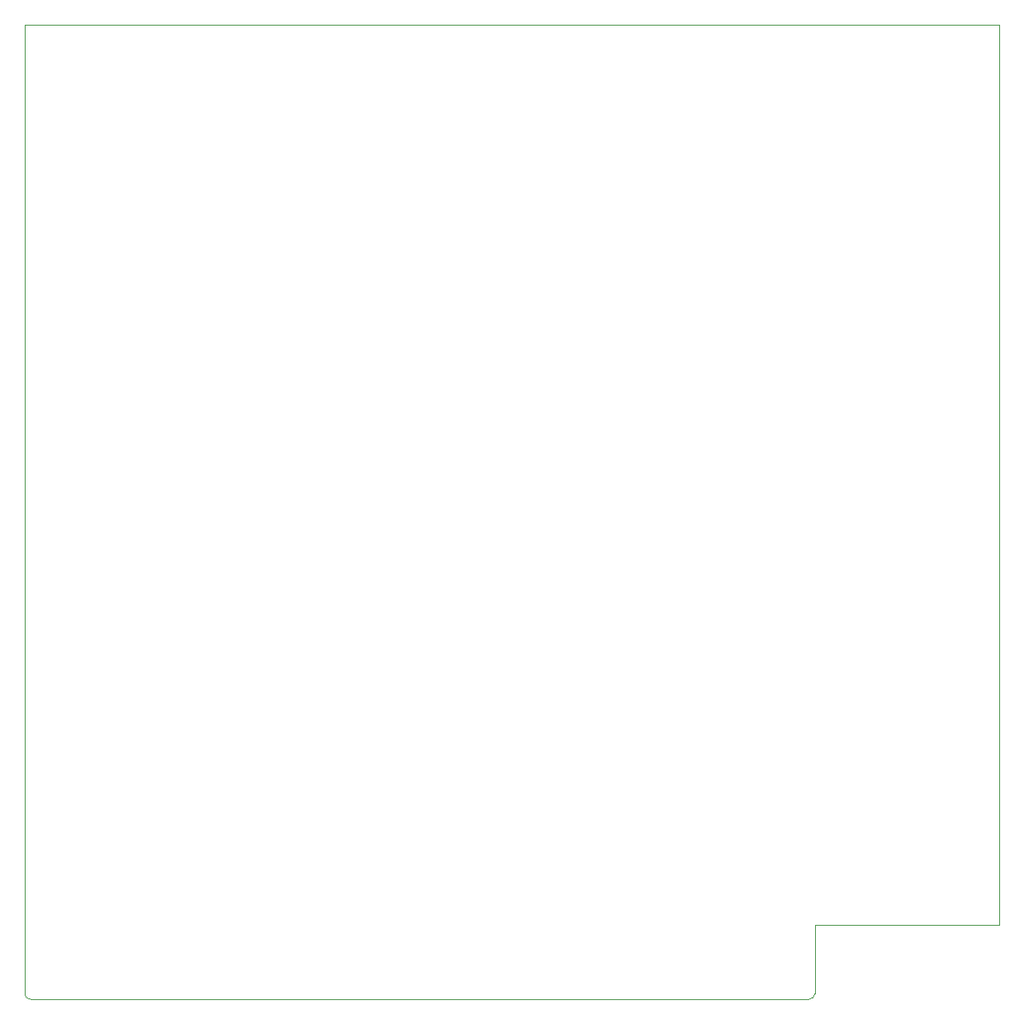
<source format=gbr>
%TF.GenerationSoftware,KiCad,Pcbnew,9.0.2+1*%
%TF.CreationDate,2025-06-30T02:26:09+02:00*%
%TF.ProjectId,isa_debug_card,6973615f-6465-4627-9567-5f636172642e,rev?*%
%TF.SameCoordinates,Original*%
%TF.FileFunction,Profile,NP*%
%FSLAX46Y46*%
G04 Gerber Fmt 4.6, Leading zero omitted, Abs format (unit mm)*
G04 Created by KiCad (PCBNEW 9.0.2+1) date 2025-06-30 02:26:09*
%MOMM*%
%LPD*%
G01*
G04 APERTURE LIST*
%TA.AperFunction,Profile*%
%ADD10C,0.050000*%
%TD*%
G04 APERTURE END LIST*
D10*
X183397026Y-142503026D02*
X183397026Y-135518026D01*
X183397026Y-135518026D02*
X202320026Y-135518026D01*
X103006026Y-143138026D02*
X182762026Y-143138026D01*
X202320026Y-43189026D02*
X102371026Y-43189026D01*
X183397026Y-142503026D02*
G75*
G02*
X182762026Y-143138026I-635026J26D01*
G01*
X202320026Y-43189026D02*
X202320026Y-135518026D01*
X102371026Y-43189026D02*
X102371026Y-142503026D01*
X103006026Y-143138026D02*
G75*
G02*
X102370974Y-142503026I-26J635026D01*
G01*
M02*

</source>
